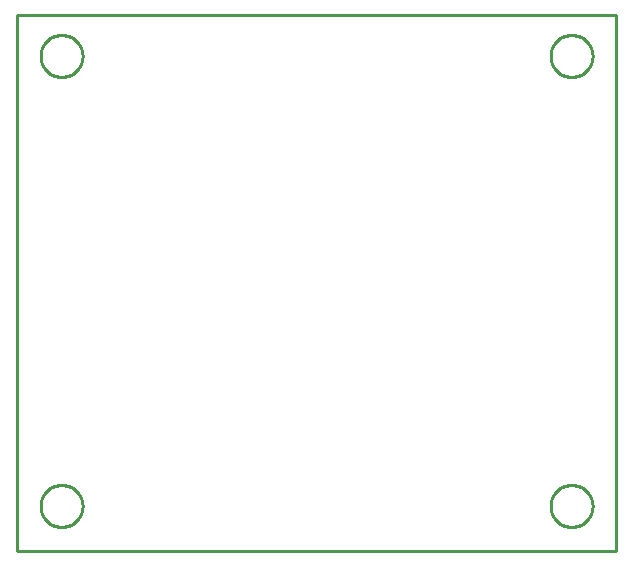
<source format=gbr>
G04 EAGLE Gerber RS-274X export*
G75*
%MOMM*%
%FSLAX34Y34*%
%LPD*%
%IN*%
%IPPOS*%
%AMOC8*
5,1,8,0,0,1.08239X$1,22.5*%
G01*
%ADD10C,0.254000*%


D10*
X0Y0D02*
X507800Y0D01*
X507800Y453900D01*
X0Y453900D01*
X0Y0D01*
X55880Y418518D02*
X55804Y417356D01*
X55652Y416202D01*
X55425Y415060D01*
X55124Y413936D01*
X54749Y412834D01*
X54304Y411758D01*
X53789Y410714D01*
X53207Y409706D01*
X52560Y408738D01*
X51852Y407814D01*
X51084Y406939D01*
X50261Y406116D01*
X49386Y405349D01*
X48462Y404640D01*
X47494Y403993D01*
X46486Y403411D01*
X45442Y402896D01*
X44366Y402451D01*
X43264Y402077D01*
X42140Y401775D01*
X40998Y401548D01*
X39844Y401396D01*
X38682Y401320D01*
X37518Y401320D01*
X36356Y401396D01*
X35202Y401548D01*
X34060Y401775D01*
X32936Y402077D01*
X31834Y402451D01*
X30758Y402896D01*
X29714Y403411D01*
X28706Y403993D01*
X27738Y404640D01*
X26814Y405349D01*
X25939Y406116D01*
X25116Y406939D01*
X24349Y407814D01*
X23640Y408738D01*
X22993Y409706D01*
X22411Y410714D01*
X21896Y411758D01*
X21451Y412834D01*
X21077Y413936D01*
X20775Y415060D01*
X20548Y416202D01*
X20396Y417356D01*
X20320Y418518D01*
X20320Y419682D01*
X20396Y420844D01*
X20548Y421998D01*
X20775Y423140D01*
X21077Y424264D01*
X21451Y425366D01*
X21896Y426442D01*
X22411Y427486D01*
X22993Y428494D01*
X23640Y429462D01*
X24349Y430386D01*
X25116Y431261D01*
X25939Y432084D01*
X26814Y432852D01*
X27738Y433560D01*
X28706Y434207D01*
X29714Y434789D01*
X30758Y435304D01*
X31834Y435749D01*
X32936Y436124D01*
X34060Y436425D01*
X35202Y436652D01*
X36356Y436804D01*
X37518Y436880D01*
X38682Y436880D01*
X39844Y436804D01*
X40998Y436652D01*
X42140Y436425D01*
X43264Y436124D01*
X44366Y435749D01*
X45442Y435304D01*
X46486Y434789D01*
X47494Y434207D01*
X48462Y433560D01*
X49386Y432852D01*
X50261Y432084D01*
X51084Y431261D01*
X51852Y430386D01*
X52560Y429462D01*
X53207Y428494D01*
X53789Y427486D01*
X54304Y426442D01*
X54749Y425366D01*
X55124Y424264D01*
X55425Y423140D01*
X55652Y421998D01*
X55804Y420844D01*
X55880Y419682D01*
X55880Y418518D01*
X487680Y418518D02*
X487604Y417356D01*
X487452Y416202D01*
X487225Y415060D01*
X486924Y413936D01*
X486549Y412834D01*
X486104Y411758D01*
X485589Y410714D01*
X485007Y409706D01*
X484360Y408738D01*
X483652Y407814D01*
X482884Y406939D01*
X482061Y406116D01*
X481186Y405349D01*
X480262Y404640D01*
X479294Y403993D01*
X478286Y403411D01*
X477242Y402896D01*
X476166Y402451D01*
X475064Y402077D01*
X473940Y401775D01*
X472798Y401548D01*
X471644Y401396D01*
X470482Y401320D01*
X469318Y401320D01*
X468156Y401396D01*
X467002Y401548D01*
X465860Y401775D01*
X464736Y402077D01*
X463634Y402451D01*
X462558Y402896D01*
X461514Y403411D01*
X460506Y403993D01*
X459538Y404640D01*
X458614Y405349D01*
X457739Y406116D01*
X456916Y406939D01*
X456149Y407814D01*
X455440Y408738D01*
X454793Y409706D01*
X454211Y410714D01*
X453696Y411758D01*
X453251Y412834D01*
X452877Y413936D01*
X452575Y415060D01*
X452348Y416202D01*
X452196Y417356D01*
X452120Y418518D01*
X452120Y419682D01*
X452196Y420844D01*
X452348Y421998D01*
X452575Y423140D01*
X452877Y424264D01*
X453251Y425366D01*
X453696Y426442D01*
X454211Y427486D01*
X454793Y428494D01*
X455440Y429462D01*
X456149Y430386D01*
X456916Y431261D01*
X457739Y432084D01*
X458614Y432852D01*
X459538Y433560D01*
X460506Y434207D01*
X461514Y434789D01*
X462558Y435304D01*
X463634Y435749D01*
X464736Y436124D01*
X465860Y436425D01*
X467002Y436652D01*
X468156Y436804D01*
X469318Y436880D01*
X470482Y436880D01*
X471644Y436804D01*
X472798Y436652D01*
X473940Y436425D01*
X475064Y436124D01*
X476166Y435749D01*
X477242Y435304D01*
X478286Y434789D01*
X479294Y434207D01*
X480262Y433560D01*
X481186Y432852D01*
X482061Y432084D01*
X482884Y431261D01*
X483652Y430386D01*
X484360Y429462D01*
X485007Y428494D01*
X485589Y427486D01*
X486104Y426442D01*
X486549Y425366D01*
X486924Y424264D01*
X487225Y423140D01*
X487452Y421998D01*
X487604Y420844D01*
X487680Y419682D01*
X487680Y418518D01*
X487680Y37518D02*
X487604Y36356D01*
X487452Y35202D01*
X487225Y34060D01*
X486924Y32936D01*
X486549Y31834D01*
X486104Y30758D01*
X485589Y29714D01*
X485007Y28706D01*
X484360Y27738D01*
X483652Y26814D01*
X482884Y25939D01*
X482061Y25116D01*
X481186Y24349D01*
X480262Y23640D01*
X479294Y22993D01*
X478286Y22411D01*
X477242Y21896D01*
X476166Y21451D01*
X475064Y21077D01*
X473940Y20775D01*
X472798Y20548D01*
X471644Y20396D01*
X470482Y20320D01*
X469318Y20320D01*
X468156Y20396D01*
X467002Y20548D01*
X465860Y20775D01*
X464736Y21077D01*
X463634Y21451D01*
X462558Y21896D01*
X461514Y22411D01*
X460506Y22993D01*
X459538Y23640D01*
X458614Y24349D01*
X457739Y25116D01*
X456916Y25939D01*
X456149Y26814D01*
X455440Y27738D01*
X454793Y28706D01*
X454211Y29714D01*
X453696Y30758D01*
X453251Y31834D01*
X452877Y32936D01*
X452575Y34060D01*
X452348Y35202D01*
X452196Y36356D01*
X452120Y37518D01*
X452120Y38682D01*
X452196Y39844D01*
X452348Y40998D01*
X452575Y42140D01*
X452877Y43264D01*
X453251Y44366D01*
X453696Y45442D01*
X454211Y46486D01*
X454793Y47494D01*
X455440Y48462D01*
X456149Y49386D01*
X456916Y50261D01*
X457739Y51084D01*
X458614Y51852D01*
X459538Y52560D01*
X460506Y53207D01*
X461514Y53789D01*
X462558Y54304D01*
X463634Y54749D01*
X464736Y55124D01*
X465860Y55425D01*
X467002Y55652D01*
X468156Y55804D01*
X469318Y55880D01*
X470482Y55880D01*
X471644Y55804D01*
X472798Y55652D01*
X473940Y55425D01*
X475064Y55124D01*
X476166Y54749D01*
X477242Y54304D01*
X478286Y53789D01*
X479294Y53207D01*
X480262Y52560D01*
X481186Y51852D01*
X482061Y51084D01*
X482884Y50261D01*
X483652Y49386D01*
X484360Y48462D01*
X485007Y47494D01*
X485589Y46486D01*
X486104Y45442D01*
X486549Y44366D01*
X486924Y43264D01*
X487225Y42140D01*
X487452Y40998D01*
X487604Y39844D01*
X487680Y38682D01*
X487680Y37518D01*
X55880Y37518D02*
X55804Y36356D01*
X55652Y35202D01*
X55425Y34060D01*
X55124Y32936D01*
X54749Y31834D01*
X54304Y30758D01*
X53789Y29714D01*
X53207Y28706D01*
X52560Y27738D01*
X51852Y26814D01*
X51084Y25939D01*
X50261Y25116D01*
X49386Y24349D01*
X48462Y23640D01*
X47494Y22993D01*
X46486Y22411D01*
X45442Y21896D01*
X44366Y21451D01*
X43264Y21077D01*
X42140Y20775D01*
X40998Y20548D01*
X39844Y20396D01*
X38682Y20320D01*
X37518Y20320D01*
X36356Y20396D01*
X35202Y20548D01*
X34060Y20775D01*
X32936Y21077D01*
X31834Y21451D01*
X30758Y21896D01*
X29714Y22411D01*
X28706Y22993D01*
X27738Y23640D01*
X26814Y24349D01*
X25939Y25116D01*
X25116Y25939D01*
X24349Y26814D01*
X23640Y27738D01*
X22993Y28706D01*
X22411Y29714D01*
X21896Y30758D01*
X21451Y31834D01*
X21077Y32936D01*
X20775Y34060D01*
X20548Y35202D01*
X20396Y36356D01*
X20320Y37518D01*
X20320Y38682D01*
X20396Y39844D01*
X20548Y40998D01*
X20775Y42140D01*
X21077Y43264D01*
X21451Y44366D01*
X21896Y45442D01*
X22411Y46486D01*
X22993Y47494D01*
X23640Y48462D01*
X24349Y49386D01*
X25116Y50261D01*
X25939Y51084D01*
X26814Y51852D01*
X27738Y52560D01*
X28706Y53207D01*
X29714Y53789D01*
X30758Y54304D01*
X31834Y54749D01*
X32936Y55124D01*
X34060Y55425D01*
X35202Y55652D01*
X36356Y55804D01*
X37518Y55880D01*
X38682Y55880D01*
X39844Y55804D01*
X40998Y55652D01*
X42140Y55425D01*
X43264Y55124D01*
X44366Y54749D01*
X45442Y54304D01*
X46486Y53789D01*
X47494Y53207D01*
X48462Y52560D01*
X49386Y51852D01*
X50261Y51084D01*
X51084Y50261D01*
X51852Y49386D01*
X52560Y48462D01*
X53207Y47494D01*
X53789Y46486D01*
X54304Y45442D01*
X54749Y44366D01*
X55124Y43264D01*
X55425Y42140D01*
X55652Y40998D01*
X55804Y39844D01*
X55880Y38682D01*
X55880Y37518D01*
M02*

</source>
